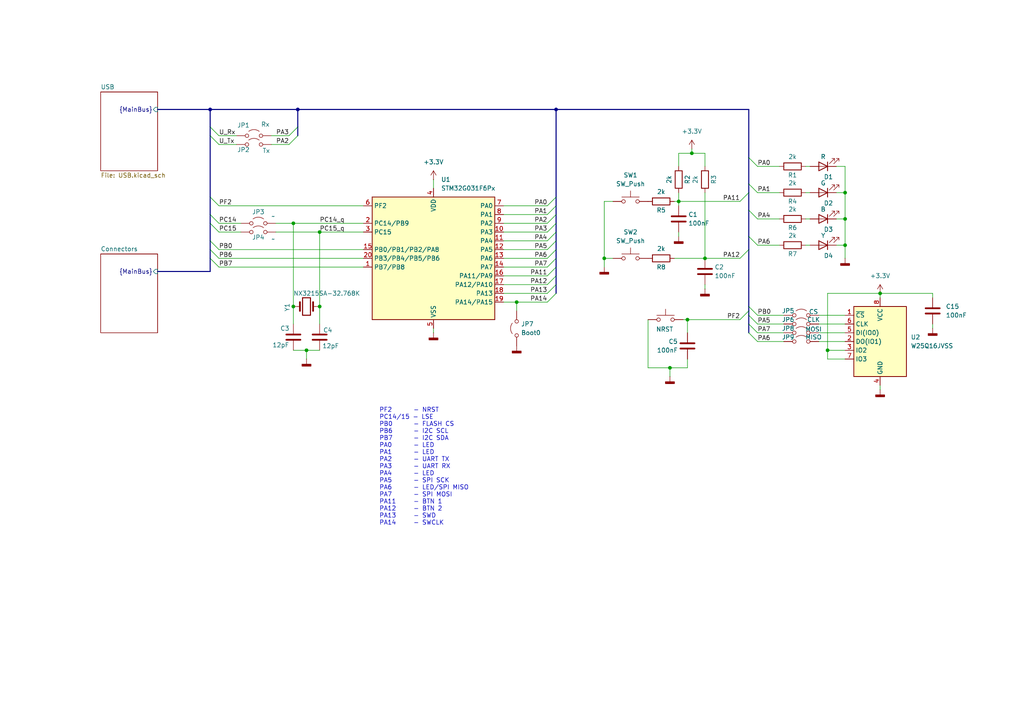
<source format=kicad_sch>
(kicad_sch (version 20231120) (generator "eeschema") (generator_version "8.0")
  (paper "A4")
  (lib_symbols
    (symbol "Device:C" (pin_numbers hide) (pin_names (offset 0.254))
      (property "Reference" "C" (at 0.635 2.54 0))
      (property "Value" "C" (at 0.635 -2.54 0))
      (symbol "C_0_1"
        (polyline (pts (xy -2.032 -0.762) (xy 2.032 -0.762)) (stroke (width 0.508)))
        (polyline (pts (xy -2.032 0.762) (xy 2.032 0.762)) (stroke (width 0.508)))
      )
      (symbol "C_1_1"
        (pin passive line (at 0 3.81 270) (length 2.794) (name "~") (number "1"))
        (pin passive line (at 0 -3.81 90) (length 2.794) (name "~") (number "2"))
      )
    )
    (symbol "Device:Crystal" (pin_numbers hide) (pin_names (offset 1.016) hide)
      (property "Reference" "Y" (at 0 3.81 0))
      (property "Value" "Crystal" (at 0 -3.81 0))
      (symbol "Crystal_0_1"
        (rectangle (start -1.143 2.54) (end 1.143 -2.54) (stroke (width 0.3048)))
        (polyline (pts (xy -2.54 0) (xy -1.905 0)))
        (polyline (pts (xy -1.905 -1.27) (xy -1.905 1.27)) (stroke (width 0.508)))
        (polyline (pts (xy 1.905 -1.27) (xy 1.905 1.27)) (stroke (width 0.508)))
        (polyline (pts (xy 2.54 0) (xy 1.905 0)))
      )
      (symbol "Crystal_1_1"
        (pin passive line (at -3.81 0 0) (length 1.27) (name "1") (number "1"))
        (pin passive line (at 3.81 0 180) (length 1.27) (name "2") (number "2"))
      )
    )
    (symbol "Device:LED" (pin_numbers hide) (pin_names (offset 1.016) hide)
      (property "Reference" "D" (at 0 2.54 0))
      (property "Value" "LED" (at 0 -2.54 0))
      (symbol "LED_0_1"
        (polyline (pts (xy -1.27 -1.27) (xy -1.27 1.27)) (stroke (width 0.254)))
        (polyline (pts (xy -1.27 0) (xy 1.27 0)))
        (polyline (pts (xy 1.27 -1.27) (xy 1.27 1.27) (xy -1.27 0) (xy 1.27 -1.27)) (stroke (width 0.254)))
        (polyline (pts (xy -3.048 -0.762) (xy -4.572 -2.286) (xy -3.81 -2.286) (xy -4.572 -2.286) (xy -4.572 -1.524)))
        (polyline (pts (xy -1.778 -0.762) (xy -3.302 -2.286) (xy -2.54 -2.286) (xy -3.302 -2.286) (xy -3.302 -1.524)))
      )
      (symbol "LED_1_1"
        (pin passive line (at -3.81 0 0) (length 2.54) (name "K") (number "1"))
        (pin passive line (at 3.81 0 180) (length 2.54) (name "A") (number "2"))
      )
    )
    (symbol "Device:R" (pin_numbers hide) (pin_names (offset 0))
      (property "Reference" "R" (at 2.032 0 90))
      (property "Value" "R" (at 0 0 90))
      (symbol "R_0_1"
        (rectangle (start -1.016 -2.54) (end 1.016 2.54) (stroke (width 0.254)))
      )
      (symbol "R_1_1"
        (pin passive line (at 0 3.81 270) (length 1.27) (name "~") (number "1"))
        (pin passive line (at 0 -3.81 90) (length 1.27) (name "~") (number "2"))
      )
    )
    (symbol "Jumper:Jumper_2_Open" (pin_numbers hide) (pin_names (offset 0) hide) (exclude_from_sim yes)
      (property "Reference" "JP" (at 0 2.794 0))
      (property "Value" "Jumper_2_Open" (at 0 -2.286 0))
      (symbol "Jumper_2_Open_0_0"
        (circle (center -2.032 0) (radius 0.508))
        (circle (center 2.032 0) (radius 0.508))
      )
      (symbol "Jumper_2_Open_0_1"
        (arc (start 1.524 1.27) (mid 0 1.778) (end -1.524 1.27))
      )
      (symbol "Jumper_2_Open_1_1"
        (pin passive line (at -5.08 0 0) (length 2.54) (name "A") (number "1"))
        (pin passive line (at 5.08 0 180) (length 2.54) (name "B") (number "2"))
      )
    )
    (symbol "MCU_ST_STM32G0:STM32G031F6Px"
      (property "Reference" "U" (at -17.78 19.05 0))
      (property "Value" "STM32G031F6Px" (at 2.54 19.05 0))
      (symbol "STM32G031F6Px_0_1"
        (rectangle (start -17.78 -17.78) (end 17.78 17.78) (stroke (width 0.254)) (fill (type background)))
      )
      (symbol "STM32G031F6Px_1_1"
        (pin bidirectional line (at -20.32 -2.54 0) (length 2.54) (name "PB7/PB8") (number "1"))
        (pin bidirectional line (at 20.32 7.62 180) (length 2.54) (name "PA3") (number "10"))
        (pin bidirectional line (at 20.32 5.08 180) (length 2.54) (name "PA4") (number "11"))
        (pin bidirectional line (at 20.32 2.54 180) (length 2.54) (name "PA5") (number "12"))
        (pin bidirectional line (at 20.32 0 180) (length 2.54) (name "PA6") (number "13"))
        (pin bidirectional line (at 20.32 -2.54 180) (length 2.54) (name "PA7") (number "14"))
        (pin bidirectional line (at -20.32 2.54 0) (length 2.54) (name "PB0/PB1/PB2/PA8") (number "15"))
        (pin bidirectional line (at 20.32 -5.08 180) (length 2.54) (name "PA11/PA9") (number "16"))
        (pin bidirectional line (at 20.32 -7.62 180) (length 2.54) (name "PA12/PA10") (number "17"))
        (pin bidirectional line (at 20.32 -10.16 180) (length 2.54) (name "PA13") (number "18"))
        (pin bidirectional line (at 20.32 -12.7 180) (length 2.54) (name "PA14/PA15") (number "19"))
        (pin bidirectional line (at -20.32 10.16 0) (length 2.54) (name "PC14/PB9") (number "2"))
        (pin bidirectional line (at -20.32 0 0) (length 2.54) (name "PB3/PB4/PB5/PB6") (number "20"))
        (pin bidirectional line (at -20.32 7.62 0) (length 2.54) (name "PC15") (number "3"))
        (pin power_in line (at 0 20.32 270) (length 2.54) (name "VDD") (number "4"))
        (pin power_in line (at 0 -20.32 90) (length 2.54) (name "VSS") (number "5"))
        (pin bidirectional line (at -20.32 15.24 0) (length 2.54) (name "PF2") (number "6"))
        (pin bidirectional line (at 20.32 15.24 180) (length 2.54) (name "PA0") (number "7"))
        (pin bidirectional line (at 20.32 12.7 180) (length 2.54) (name "PA1") (number "8"))
        (pin bidirectional line (at 20.32 10.16 180) (length 2.54) (name "PA2") (number "9"))
      )
    )
    (symbol "Memory_Flash:W25Q16JVSS"
      (property "Reference" "U" (at -6.35 11.43 0))
      (property "Value" "W25Q16JVSS" (at 7.62 11.43 0))
      (symbol "W25Q16JVSS_0_1"
        (rectangle (start -7.62 10.16) (end 7.62 -10.16) (stroke (width 0.254)) (fill (type background)))
      )
      (symbol "W25Q16JVSS_1_1"
        (pin input line (at -10.16 7.62 0) (length 2.54) (name "~{CS}") (number "1"))
        (pin bidirectional line (at -10.16 0 0) (length 2.54) (name "DO(IO1)") (number "2"))
        (pin bidirectional line (at -10.16 -2.54 0) (length 2.54) (name "IO2") (number "3"))
        (pin power_in line (at 0 -12.7 90) (length 2.54) (name "GND") (number "4"))
        (pin bidirectional line (at -10.16 2.54 0) (length 2.54) (name "DI(IO0)") (number "5"))
        (pin input line (at -10.16 5.08 0) (length 2.54) (name "CLK") (number "6"))
        (pin bidirectional line (at -10.16 -5.08 0) (length 2.54) (name "IO3") (number "7"))
        (pin power_in line (at 0 12.7 270) (length 2.54) (name "VCC") (number "8"))
      )
    )
    (symbol "Switch:SW_Push" (pin_numbers hide) (pin_names (offset 1.016) hide)
      (property "Reference" "SW" (at 1.27 2.54 0))
      (property "Value" "SW_Push" (at 0 -1.524 0))
      (symbol "SW_Push_0_1"
        (circle (center -2.032 0) (radius 0.508))
        (polyline (pts (xy 0 1.27) (xy 0 3.048)))
        (polyline (pts (xy 2.54 1.27) (xy -2.54 1.27)))
        (circle (center 2.032 0) (radius 0.508))
        (pin passive line (at -5.08 0 0) (length 2.54) (name "1") (number "1"))
        (pin passive line (at 5.08 0 180) (length 2.54) (name "2") (number "2"))
      )
    )
    (symbol "power:+3.3V" (power) (pin_numbers hide) (pin_names (offset 0) hide)
      (property "Value" "+3.3V" (at 0 3.556 0))
      (symbol "+3.3V_0_1"
        (polyline (pts (xy -0.762 1.27) (xy 0 2.54)))
        (polyline (pts (xy 0 0) (xy 0 2.54)))
        (polyline (pts (xy 0 2.54) (xy 0.762 1.27)))
      )
      (symbol "+3.3V_1_1"
        (pin power_in line (at 0 0 90) (length 0) (name "~") (number "1"))
      )
    )
    (symbol "power:GNDD" (power) (pin_numbers hide) (pin_names (offset 0) hide)
      (property "Value" "GNDD" (at 0 -3.175 0))
      (symbol "GNDD_0_1"
        (rectangle (start -1.27 -1.524) (end 1.27 -2.032) (stroke (width 0.254)) (fill (type outline)))
        (polyline (pts (xy 0 0) (xy 0 -1.524)))
      )
      (symbol "GNDD_1_1"
        (pin power_in line (at 0 0 270) (length 0) (name "~") (number "1"))
      )
    )
  )
  (junction (at 240.03 101.6))
  (junction (at 194.31 106.68))
  (junction (at 200.66 44.45))
  (junction (at 60.96 31.75))
  (junction (at 204.47 74.93))
  (junction (at 85.09 88.9))
  (junction (at 175.26 74.93))
  (junction (at 92.71 88.9))
  (junction (at 161.29 31.75))
  (junction (at 196.85 58.42))
  (junction (at 149.86 87.63))
  (junction (at 245.11 71.12))
  (junction (at 88.9 101.6))
  (junction (at 85.09 64.77))
  (junction (at 245.11 63.5))
  (junction (at 86.36 31.75))
  (junction (at 255.27 85.09))
  (junction (at 92.71 67.31))
  (junction (at 245.11 55.88))
  (junction (at 199.39 92.71))
  (bus_entry (at 60.96 39.37) (size 2.54 2.54))
  (bus_entry (at 217.17 68.58) (size 2.54 2.54))
  (bus_entry (at 60.96 72.39) (size 2.54 2.54))
  (bus_entry (at 161.29 74.93) (size -2.54 2.54))
  (bus_entry (at 161.29 80.01) (size -2.54 2.54))
  (bus_entry (at 161.29 59.69) (size -2.54 2.54))
  (bus_entry (at 217.17 72.39) (size -2.54 2.54))
  (bus_entry (at 161.29 82.55) (size -2.54 2.54))
  (bus_entry (at 161.29 77.47) (size -2.54 2.54))
  (bus_entry (at 60.96 69.85) (size 2.54 2.54))
  (bus_entry (at 86.36 36.83) (size -2.54 2.54))
  (bus_entry (at 60.96 62.23) (size 2.54 2.54))
  (bus_entry (at 217.17 55.88) (size -2.54 2.54))
  (bus_entry (at 60.96 36.83) (size 2.54 2.54))
  (bus_entry (at 217.17 93.98) (size 2.54 2.54))
  (bus_entry (at 161.29 67.31) (size -2.54 2.54))
  (bus_entry (at 161.29 85.09) (size -2.54 2.54))
  (bus_entry (at 60.96 64.77) (size 2.54 2.54))
  (bus_entry (at 217.17 91.44) (size 2.54 2.54))
  (bus_entry (at 217.17 60.96) (size 2.54 2.54))
  (bus_entry (at 217.17 45.72) (size 2.54 2.54))
  (bus_entry (at 161.29 69.85) (size -2.54 2.54))
  (bus_entry (at 161.29 64.77) (size -2.54 2.54))
  (bus_entry (at 161.29 57.15) (size -2.54 2.54))
  (bus_entry (at 217.17 96.52) (size 2.54 2.54))
  (bus_entry (at 161.29 62.23) (size -2.54 2.54))
  (bus_entry (at 161.29 72.39) (size -2.54 2.54))
  (bus_entry (at 86.36 39.37) (size -2.54 2.54))
  (bus_entry (at 60.96 57.15) (size 2.54 2.54))
  (bus_entry (at 217.17 88.9) (size 2.54 2.54))
  (bus_entry (at 217.17 53.34) (size 2.54 2.54))
  (bus_entry (at 60.96 74.93) (size 2.54 2.54))
  (bus_entry (at 217.17 90.17) (size -2.54 2.54))
  (wire (pts (xy 63.5 72.39) (xy 105.41 72.39)))
  (bus (pts (xy 217.17 90.17) (xy 217.17 91.44)))
  (wire (pts (xy 255.27 113.03) (xy 255.27 111.76)))
  (bus (pts (xy 217.17 53.34) (xy 217.17 55.88)))
  (wire (pts (xy 125.73 52.07) (xy 125.73 54.61)))
  (wire (pts (xy 196.85 55.88) (xy 196.85 58.42)))
  (wire (pts (xy 63.5 41.91) (xy 68.58 41.91)))
  (wire (pts (xy 146.05 59.69) (xy 158.75 59.69)))
  (wire (pts (xy 196.85 44.45) (xy 200.66 44.45)))
  (bus (pts (xy 45.72 31.75) (xy 60.96 31.75)))
  (wire (pts (xy 175.26 58.42) (xy 175.26 74.93)))
  (wire (pts (xy 242.57 55.88) (xy 245.11 55.88)))
  (bus (pts (xy 161.29 69.85) (xy 161.29 72.39)))
  (bus (pts (xy 161.29 77.47) (xy 161.29 80.01)))
  (bus (pts (xy 161.29 57.15) (xy 161.29 59.69)))
  (wire (pts (xy 196.85 67.31) (xy 196.85 68.58)))
  (bus (pts (xy 161.29 62.23) (xy 161.29 64.77)))
  (bus (pts (xy 60.96 57.15) (xy 60.96 62.23)))
  (wire (pts (xy 234.95 63.5) (xy 233.68 63.5)))
  (wire (pts (xy 194.31 109.22) (xy 194.31 106.68)))
  (wire (pts (xy 146.05 80.01) (xy 158.75 80.01)))
  (bus (pts (xy 217.17 60.96) (xy 217.17 68.58)))
  (wire (pts (xy 204.47 82.55) (xy 204.47 83.82)))
  (wire (pts (xy 63.5 77.47) (xy 105.41 77.47)))
  (bus (pts (xy 217.17 72.39) (xy 217.17 88.9)))
  (wire (pts (xy 146.05 72.39) (xy 158.75 72.39)))
  (bus (pts (xy 161.29 67.31) (xy 161.29 69.85)))
  (wire (pts (xy 146.05 74.93) (xy 158.75 74.93)))
  (wire (pts (xy 204.47 74.93) (xy 204.47 55.88)))
  (wire (pts (xy 195.58 74.93) (xy 204.47 74.93)))
  (bus (pts (xy 217.17 91.44) (xy 217.17 93.98)))
  (wire (pts (xy 146.05 67.31) (xy 158.75 67.31)))
  (bus (pts (xy 86.36 36.83) (xy 86.36 39.37)))
  (wire (pts (xy 270.51 85.09) (xy 255.27 85.09)))
  (wire (pts (xy 200.66 44.45) (xy 204.47 44.45)))
  (wire (pts (xy 199.39 104.14) (xy 199.39 106.68)))
  (wire (pts (xy 245.11 63.5) (xy 245.11 71.12)))
  (wire (pts (xy 88.9 101.6) (xy 88.9 104.14)))
  (bus (pts (xy 60.96 36.83) (xy 60.96 39.37)))
  (wire (pts (xy 92.71 93.98) (xy 92.71 88.9)))
  (wire (pts (xy 234.95 55.88) (xy 233.68 55.88)))
  (wire (pts (xy 219.71 55.88) (xy 226.06 55.88)))
  (wire (pts (xy 177.8 58.42) (xy 175.26 58.42)))
  (wire (pts (xy 175.26 74.93) (xy 175.26 77.47)))
  (wire (pts (xy 270.51 85.09) (xy 270.51 86.36)))
  (wire (pts (xy 85.09 64.77) (xy 105.41 64.77)))
  (bus (pts (xy 60.96 64.77) (xy 60.96 69.85)))
  (bus (pts (xy 86.36 31.75) (xy 161.29 31.75)))
  (wire (pts (xy 242.57 71.12) (xy 245.11 71.12)))
  (wire (pts (xy 146.05 85.09) (xy 158.75 85.09)))
  (bus (pts (xy 60.96 69.85) (xy 60.96 72.39)))
  (wire (pts (xy 237.49 96.52) (xy 245.11 96.52)))
  (wire (pts (xy 204.47 44.45) (xy 204.47 48.26)))
  (wire (pts (xy 83.82 41.91) (xy 78.74 41.91)))
  (wire (pts (xy 69.85 64.77) (xy 63.5 64.77)))
  (wire (pts (xy 146.05 69.85) (xy 158.75 69.85)))
  (wire (pts (xy 85.09 101.6) (xy 88.9 101.6)))
  (wire (pts (xy 146.05 82.55) (xy 158.75 82.55)))
  (wire (pts (xy 198.12 92.71) (xy 199.39 92.71)))
  (wire (pts (xy 245.11 71.12) (xy 245.11 74.93)))
  (bus (pts (xy 217.17 45.72) (xy 217.17 53.34)))
  (wire (pts (xy 63.5 39.37) (xy 68.58 39.37)))
  (wire (pts (xy 196.85 58.42) (xy 196.85 59.69)))
  (wire (pts (xy 146.05 87.63) (xy 149.86 87.63)))
  (wire (pts (xy 196.85 58.42) (xy 214.63 58.42)))
  (bus (pts (xy 161.29 59.69) (xy 161.29 62.23)))
  (bus (pts (xy 60.96 39.37) (xy 60.96 57.15)))
  (bus (pts (xy 217.17 31.75) (xy 217.17 45.72)))
  (wire (pts (xy 245.11 48.26) (xy 245.11 55.88)))
  (bus (pts (xy 45.72 78.74) (xy 60.96 78.74)))
  (wire (pts (xy 245.11 104.14) (xy 240.03 104.14)))
  (wire (pts (xy 88.9 101.6) (xy 92.71 101.6)))
  (wire (pts (xy 234.95 71.12) (xy 233.68 71.12)))
  (wire (pts (xy 80.01 67.31) (xy 92.71 67.31)))
  (wire (pts (xy 199.39 106.68) (xy 194.31 106.68)))
  (bus (pts (xy 60.96 31.75) (xy 60.96 36.83)))
  (wire (pts (xy 85.09 93.98) (xy 85.09 88.9)))
  (wire (pts (xy 219.71 91.44) (xy 227.33 91.44)))
  (wire (pts (xy 146.05 77.47) (xy 158.75 77.47)))
  (wire (pts (xy 187.96 106.68) (xy 187.96 92.71)))
  (wire (pts (xy 242.57 63.5) (xy 245.11 63.5)))
  (wire (pts (xy 63.5 74.93) (xy 105.41 74.93)))
  (wire (pts (xy 234.95 48.26) (xy 233.68 48.26)))
  (bus (pts (xy 161.29 64.77) (xy 161.29 67.31)))
  (wire (pts (xy 240.03 104.14) (xy 240.03 101.6)))
  (wire (pts (xy 200.66 43.18) (xy 200.66 44.45)))
  (wire (pts (xy 240.03 85.09) (xy 255.27 85.09)))
  (wire (pts (xy 240.03 101.6) (xy 245.11 101.6)))
  (wire (pts (xy 219.71 99.06) (xy 227.33 99.06)))
  (bus (pts (xy 161.29 31.75) (xy 161.29 57.15)))
  (wire (pts (xy 85.09 64.77) (xy 80.01 64.77)))
  (wire (pts (xy 237.49 99.06) (xy 245.11 99.06)))
  (wire (pts (xy 196.85 48.26) (xy 196.85 44.45)))
  (bus (pts (xy 217.17 55.88) (xy 217.17 60.96)))
  (wire (pts (xy 78.74 39.37) (xy 83.82 39.37)))
  (wire (pts (xy 245.11 55.88) (xy 245.11 63.5)))
  (wire (pts (xy 219.71 63.5) (xy 226.06 63.5)))
  (wire (pts (xy 237.49 93.98) (xy 245.11 93.98)))
  (bus (pts (xy 161.29 72.39) (xy 161.29 74.93)))
  (bus (pts (xy 86.36 31.75) (xy 86.36 36.83)))
  (wire (pts (xy 255.27 85.09) (xy 255.27 86.36)))
  (wire (pts (xy 204.47 74.93) (xy 214.63 74.93)))
  (wire (pts (xy 69.85 67.31) (xy 63.5 67.31)))
  (wire (pts (xy 219.71 48.26) (xy 226.06 48.26)))
  (wire (pts (xy 242.57 48.26) (xy 245.11 48.26)))
  (wire (pts (xy 125.73 96.52) (xy 125.73 95.25)))
  (bus (pts (xy 217.17 68.58) (xy 217.17 72.39)))
  (bus (pts (xy 60.96 74.93) (xy 60.96 78.74)))
  (wire (pts (xy 219.71 96.52) (xy 227.33 96.52)))
  (bus (pts (xy 161.29 82.55) (xy 161.29 85.09)))
  (wire (pts (xy 146.05 64.77) (xy 158.75 64.77)))
  (wire (pts (xy 92.71 88.9) (xy 92.71 67.31)))
  (wire (pts (xy 214.63 92.71) (xy 199.39 92.71)))
  (wire (pts (xy 146.05 62.23) (xy 158.75 62.23)))
  (wire (pts (xy 237.49 91.44) (xy 245.11 91.44)))
  (wire (pts (xy 270.51 95.25) (xy 270.51 93.98)))
  (bus (pts (xy 161.29 31.75) (xy 217.17 31.75)))
  (wire (pts (xy 194.31 106.68) (xy 187.96 106.68)))
  (wire (pts (xy 195.58 58.42) (xy 196.85 58.42)))
  (bus (pts (xy 60.96 62.23) (xy 60.96 64.77)))
  (bus (pts (xy 217.17 88.9) (xy 217.17 90.17)))
  (bus (pts (xy 60.96 72.39) (xy 60.96 74.93)))
  (wire (pts (xy 92.71 67.31) (xy 105.41 67.31)))
  (wire (pts (xy 85.09 88.9) (xy 85.09 64.77)))
  (wire (pts (xy 240.03 101.6) (xy 240.03 85.09)))
  (bus (pts (xy 161.29 80.01) (xy 161.29 82.55)))
  (wire (pts (xy 63.5 59.69) (xy 105.41 59.69)))
  (wire (pts (xy 219.71 71.12) (xy 226.06 71.12)))
  (bus (pts (xy 217.17 93.98) (xy 217.17 96.52)))
  (bus (pts (xy 161.29 74.93) (xy 161.29 77.47)))
  (wire (pts (xy 177.8 74.93) (xy 175.26 74.93)))
  (wire (pts (xy 149.86 87.63) (xy 149.86 90.17)))
  (wire (pts (xy 149.86 87.63) (xy 158.75 87.63)))
  (bus (pts (xy 60.96 31.75) (xy 86.36 31.75)))
  (wire (pts (xy 219.71 93.98) (xy 227.33 93.98)))
  (wire (pts (xy 199.39 92.71) (xy 199.39 96.52)))
  (text "PF2 	- NRST\nPC14/15 - LSE\nPB0 	- FLASH CS\nPB6 	- I2C SCL\nPB7 	- I2C SDA\nPA0 	- LED\nPA1		- LED\nPA2		- UART TX\nPA3 	- UART RX\nPA4		- LED\nPA5 	- SPI SCK\nPA6 	- LED/SPI MISO\nPA7 	- SPI MOSI\nPA11	- BTN 1\nPA12	- BTN 2\nPA13 	- SWD\nPA14 	- SWCLK" (at 109.982 135.382 0) (effects (font (size 1.27 1.27)) (justify left)))
  (label "PF2" (at 214.63 92.71 180))
  (label "PA0" (at 158.75 59.69 180))
  (label "PA11" (at 158.75 80.01 180))
  (label "PA5" (at 158.75 72.39 180))
  (label "PA3" (at 158.75 67.31 180))
  (label "PA1" (at 158.75 62.23 180))
  (label "PA4" (at 219.71 63.5 0))
  (label "PB6" (at 63.5 74.93 0))
  (label "PA12" (at 214.63 74.93 180))
  (label "PC14_q" (at 92.71 64.77 0))
  (label "PA4" (at 158.75 69.85 180))
  (label "PC15" (at 63.5 67.31 0))
  (label "PA2" (at 83.82 41.91 180))
  (label "PB0" (at 219.71 91.44 0))
  (label "PA6" (at 219.71 71.12 0))
  (label "PA12" (at 158.75 82.55 180))
  (label "PF2" (at 63.5 59.69 0))
  (label "PA7" (at 158.75 77.47 180))
  (label "PB7" (at 63.5 77.47 0))
  (label "PA14" (at 158.75 87.63 180))
  (label "PA5" (at 219.71 93.98 0))
  (label "PA11" (at 214.63 58.42 180))
  (label "U_Rx" (at 63.5 39.37 0))
  (label "PA1" (at 219.71 55.88 0))
  (label "U_Tx" (at 63.5 41.91 0))
  (label "PC15_q" (at 92.71 67.31 0))
  (label "PA6" (at 219.71 99.06 0))
  (label "PA0" (at 219.71 48.26 0))
  (label "PA7" (at 219.71 96.52 0))
  (label "PA2" (at 158.75 64.77 180))
  (label "PA3" (at 83.82 39.37 180))
  (label "PA6" (at 158.75 74.93 180))
  (label "PC14" (at 63.5 64.77 0))
  (label "PB0" (at 63.5 72.39 0))
  (label "PA13" (at 158.75 85.09 180))
  (symbol (lib_id "Switch:SW_Push") (at 182.88 58.42 0) (unit 1)
    (property "Reference" "SW1" (at 182.88 50.8 0))
    (property "Value" "SW_Push" (at 182.88 53.34 0))
    (property "Footprint" "Button_Switch_SMD:SW_SPST_CK_RS282G05A3" (effects (hide yes)))
    (property "Description" "Push button switch, generic, two pins" (effects (hide yes)))
  )
  (symbol (lib_id "Device:R") (at 229.87 63.5 270) (unit 1)
    (property "Reference" "R6" (at 229.87 66.04 90))
    (property "Value" "2k" (at 229.87 60.706 90))
    (property "Footprint" "Resistor_SMD:R_0603_1608Metric" (effects (hide yes)))
    (property "Description" "Resistor" (effects (hide yes)))
  )
  (symbol (lib_id "Jumper:Jumper_2_Open") (at 232.41 96.52 0) (unit 1) (exclude_from_sim yes)
    (property "Reference" "JP8" (at 228.6 95.25 0))
    (property "Value" "MOSI" (at 235.966 95.504 0))
    (property "Footprint" "LocalLib:Jumper_0603" (effects (hide yes)))
    (property "Description" "Jumper, 2-pole, open" (effects (hide yes)))
  )
  (symbol (lib_id "power:GNDD") (at 175.26 77.47 0) (unit 1)
    (property "Reference" "#PWR05" (effects (hide yes)))
    (property "Value" "GNDD" (effects (hide yes)))
    (property "Description" "Power symbol creates a global label with name \"GNDD\" , digital ground" (effects (hide yes)))
  )
  (symbol (lib_id "Device:R") (at 196.85 52.07 0) (unit 1)
    (property "Reference" "R2" (at 199.39 52.07 90))
    (property "Value" "2k" (at 194.056 52.07 90))
    (property "Footprint" "Resistor_SMD:R_0603_1608Metric" (effects (hide yes)))
    (property "Description" "Resistor" (effects (hide yes)))
  )
  (symbol (lib_id "Device:R") (at 191.77 74.93 270) (unit 1)
    (property "Reference" "R8" (at 191.77 77.47 90))
    (property "Value" "2k" (at 191.77 72.136 90))
    (property "Footprint" "Resistor_SMD:R_0603_1608Metric" (effects (hide yes)))
    (property "Description" "Resistor" (effects (hide yes)))
  )
  (symbol (lib_id "Device:LED") (at 238.76 71.12 180) (unit 1)
    (property "Reference" "D4" (at 240.284 74.168 0))
    (property "Value" "Y" (at 238.76 68.326 0))
    (property "Footprint" "LED_SMD:LED_0805_2012Metric_Pad1.15x1.40mm_HandSolder" (effects (hide yes)))
    (property "Description" "Light emitting diode" (effects (hide yes)))
  )
  (symbol (lib_id "Device:R") (at 191.77 58.42 270) (unit 1)
    (property "Reference" "R5" (at 191.77 60.96 90))
    (property "Value" "2k" (at 191.77 55.626 90))
    (property "Footprint" "Resistor_SMD:R_0603_1608Metric" (effects (hide yes)))
    (property "Description" "Resistor" (effects (hide yes)))
  )
  (symbol (lib_id "Jumper:Jumper_2_Open") (at 73.66 41.91 0) (unit 1) (exclude_from_sim yes)
    (property "Reference" "JP2" (at 70.612 43.434 0))
    (property "Value" "Tx" (at 77.216 43.688 0))
    (property "Footprint" "LocalLib:Jumper_0603" (effects (hide yes)))
    (property "Description" "Jumper, 2-pole, open" (effects (hide yes)))
  )
  (symbol (lib_id "Jumper:Jumper_2_Open") (at 149.86 95.25 90) (unit 1) (exclude_from_sim yes)
    (property "Reference" "JP7" (at 151.13 93.9799 90) (effects (justify right)))
    (property "Value" "Boot0" (at 151.13 96.5199 90) (effects (justify right)))
    (property "Footprint" "LocalLib:Jumper_0603" (effects (hide yes)))
    (property "Description" "Jumper, 2-pole, open" (effects (hide yes)))
  )
  (symbol (lib_id "power:+3.3V") (at 200.66 43.18 0) (unit 1)
    (property "Reference" "#PWR01" (effects (hide yes)))
    (property "Value" "+3.3V" (at 200.66 38.1 0))
    (property "Description" "Power symbol creates a global label with name \"+3.3V\"" (effects (hide yes)))
  )
  (symbol (lib_id "Jumper:Jumper_2_Open") (at 73.66 39.37 0) (unit 1) (exclude_from_sim yes)
    (property "Reference" "JP1" (at 70.612 36.322 0))
    (property "Value" "Rx" (at 76.962 36.068 0))
    (property "Footprint" "LocalLib:Jumper_0603" (effects (hide yes)))
    (property "Description" "Jumper, 2-pole, open" (effects (hide yes)))
  )
  (symbol (lib_id "Device:R") (at 204.47 52.07 0) (unit 1)
    (property "Reference" "R3" (at 207.01 52.07 90))
    (property "Value" "2k" (at 201.676 52.07 90))
    (property "Footprint" "Resistor_SMD:R_0603_1608Metric" (effects (hide yes)))
    (property "Description" "Resistor" (effects (hide yes)))
  )
  (symbol (lib_id "power:GNDD") (at 245.11 74.93 0) (unit 1)
    (property "Reference" "#PWR04" (effects (hide yes)))
    (property "Value" "GNDD" (effects (hide yes)))
    (property "Description" "Power symbol creates a global label with name \"GNDD\" , digital ground" (effects (hide yes)))
  )
  (symbol (lib_id "power:GNDD") (at 149.86 100.33 0) (unit 1)
    (property "Reference" "#PWR09" (effects (hide yes)))
    (property "Value" "GNDD" (effects (hide yes)))
    (property "Description" "Power symbol creates a global label with name \"GNDD\" , digital ground" (effects (hide yes)))
  )
  (symbol (lib_id "power:+3.3V") (at 255.27 85.09 0) (unit 1)
    (property "Reference" "#PWR07" (effects (hide yes)))
    (property "Value" "+3.3V" (at 255.27 80.01 0))
    (property "Description" "Power symbol creates a global label with name \"+3.3V\"" (effects (hide yes)))
  )
  (symbol (lib_id "Switch:SW_Push") (at 193.04 92.71 0) (mirror y) (unit 1)
    (property "Reference" "SW3" (effects (hide yes)))
    (property "Value" "NRST" (at 192.786 95.504 0))
    (property "Footprint" "Button_Switch_SMD:SW_Push_1P1T_NO_Vertical_Wuerth_434133025816" (effects (hide yes)))
    (property "Description" "Push button switch, generic, two pins" (effects (hide yes)))
  )
  (symbol (lib_id "Device:C") (at 270.51 90.17 0) (unit 1)
    (property "Reference" "C15" (at 274.32 88.8999 0) (effects (justify left)))
    (property "Value" "100nF" (at 274.32 91.4399 0) (effects (justify left)))
    (property "Footprint" "Capacitor_SMD:C_0603_1608Metric" (effects (hide yes)))
    (property "Description" "Unpolarized capacitor" (effects (hide yes)))
  )
  (symbol (lib_id "Device:R") (at 229.87 55.88 270) (unit 1)
    (property "Reference" "R4" (at 229.87 58.42 90))
    (property "Value" "2k" (at 229.87 53.086 90))
    (property "Footprint" "Resistor_SMD:R_0603_1608Metric" (effects (hide yes)))
    (property "Description" "Resistor" (effects (hide yes)))
  )
  (symbol (lib_id "power:GNDD") (at 204.47 83.82 0) (unit 1)
    (property "Reference" "#PWR06" (effects (hide yes)))
    (property "Value" "GNDD" (effects (hide yes)))
    (property "Description" "Power symbol creates a global label with name \"GNDD\" , digital ground" (effects (hide yes)))
  )
  (symbol (lib_id "Device:R") (at 229.87 48.26 270) (unit 1)
    (property "Reference" "R1" (at 229.87 50.8 90))
    (property "Value" "2k" (at 229.87 45.466 90))
    (property "Footprint" "Resistor_SMD:R_0603_1608Metric" (effects (hide yes)))
    (property "Description" "Resistor" (effects (hide yes)))
  )
  (symbol (lib_id "Device:LED") (at 238.76 55.88 180) (unit 1)
    (property "Reference" "D2" (at 240.284 58.928 0))
    (property "Value" "G" (at 238.76 53.086 0))
    (property "Footprint" "LED_SMD:LED_0805_2012Metric_Pad1.15x1.40mm_HandSolder" (effects (hide yes)))
    (property "Description" "Light emitting diode" (effects (hide yes)))
  )
  (symbol (lib_id "Device:LED") (at 238.76 63.5 180) (unit 1)
    (property "Reference" "D3" (at 240.284 66.548 0))
    (property "Value" "B" (at 238.76 60.706 0))
    (property "Footprint" "LED_SMD:LED_0805_2012Metric_Pad1.15x1.40mm_HandSolder" (effects (hide yes)))
    (property "Description" "Light emitting diode" (effects (hide yes)))
  )
  (symbol (lib_id "Device:C") (at 204.47 78.74 0) (unit 1)
    (property "Reference" "C2" (at 207.264 77.47 0) (effects (justify left)))
    (property "Value" "100nF" (at 207.264 80.01 0) (effects (justify left)))
    (property "Footprint" "Resistor_SMD:R_0603_1608Metric" (effects (hide yes)))
    (property "Description" "Unpolarized capacitor" (effects (hide yes)))
  )
  (symbol (lib_id "power:GNDD") (at 255.27 113.03 0) (unit 1)
    (property "Reference" "#PWR012" (effects (hide yes)))
    (property "Value" "GNDD" (effects (hide yes)))
    (property "Description" "Power symbol creates a global label with name \"GNDD\" , digital ground" (effects (hide yes)))
  )
  (symbol (lib_id "Jumper:Jumper_2_Open") (at 232.41 91.44 0) (unit 1) (exclude_from_sim yes)
    (property "Reference" "JP5" (at 228.6 90.17 0))
    (property "Value" "CS" (at 235.966 90.424 0))
    (property "Footprint" "LocalLib:Jumper_0603" (effects (hide yes)))
    (property "Description" "Jumper, 2-pole, open" (effects (hide yes)))
  )
  (symbol (lib_id "Jumper:Jumper_2_Open") (at 232.41 99.06 0) (unit 1) (exclude_from_sim yes)
    (property "Reference" "JP9" (at 228.6 97.79 0))
    (property "Value" "MISO" (at 235.966 97.79 0))
    (property "Footprint" "LocalLib:Jumper_0603" (effects (hide yes)))
    (property "Description" "Jumper, 2-pole, open" (effects (hide yes)))
  )
  (symbol (lib_id "power:+3.3V") (at 125.73 52.07 0) (unit 1)
    (property "Reference" "#PWR02" (effects (hide yes)))
    (property "Value" "+3.3V" (at 125.73 46.99 0))
    (property "Description" "Power symbol creates a global label with name \"+3.3V\"" (effects (hide yes)))
  )
  (symbol (lib_id "Device:Crystal") (at 88.9 88.9 0) (mirror x) (unit 1)
    (property "Reference" "Y1" (at 83.312 87.884 90) (effects (justify left)))
    (property "Value" "NX3215SA-32.768K" (at 85.09 85.09 0) (effects (justify left)))
    (property "Footprint" "Crystal:Crystal_SMD_3215-2Pin_3.2x1.5mm" (effects (hide yes)))
    (property "Description" "Two pin crystal" (effects (hide yes)))
  )
  (symbol (lib_id "power:GNDD") (at 88.9 104.14 0) (unit 1)
    (property "Reference" "#PWR010" (effects (hide yes)))
    (property "Value" "GNDD" (effects (hide yes)))
    (property "Description" "Power symbol creates a global label with name \"GNDD\" , digital ground" (effects (hide yes)))
  )
  (symbol (lib_id "Memory_Flash:W25Q16JVSS") (at 255.27 99.06 0) (unit 1)
    (property "Reference" "U2" (at 264.16 97.7899 0) (effects (justify left)))
    (property "Value" "W25Q16JVSS" (at 264.16 100.3299 0) (effects (justify left)))
    (property "Footprint" "Package_SO:SOIC-8_5.23x5.23mm_P1.27mm" (effects (hide yes)))
    (property "Datasheet" "https://www.winbond.com/hq/support/documentation/levelOne.jsp?__locale=en&DocNo=DA00-W25Q16JV.1" (effects (hide yes)))
    (property "Description" "16Mb Serial Flash Memory, Standard/Dual/Quad SPI, SOIC-8" (effects (hide yes)))
  )
  (symbol (lib_id "power:GNDD") (at 194.31 109.22 0) (mirror y) (unit 1)
    (property "Reference" "#PWR011" (effects (hide yes)))
    (property "Value" "GNDD" (effects (hide yes)))
    (property "Description" "Power symbol creates a global label with name \"GNDD\" , digital ground" (effects (hide yes)))
  )
  (symbol (lib_id "Device:R") (at 229.87 71.12 270) (unit 1)
    (property "Reference" "R7" (at 229.87 73.66 90))
    (property "Value" "2k" (at 229.87 68.326 90))
    (property "Footprint" "Resistor_SMD:R_0603_1608Metric" (effects (hide yes)))
    (property "Description" "Resistor" (effects (hide yes)))
  )
  (symbol (lib_id "MCU_ST_STM32G0:STM32G031F6Px") (at 125.73 74.93 0) (unit 1)
    (property "Reference" "U1" (at 127.9241 52.07 0) (effects (justify left)))
    (property "Value" "STM32G031F6Px" (at 127.9241 54.61 0) (effects (justify left)))
    (property "Footprint" "Package_SO:TSSOP-20_4.4x6.5mm_P0.65mm" (effects (hide yes)))
    (property "Datasheet" "https://www.st.com/resource/en/datasheet/stm32g031f6.pdf" (effects (hide yes)))
    (property "Description" "STMicroelectronics Arm Cortex-M0+ MCU, 32KB flash, 8KB RAM, 64 MHz, 1.7-3.6V, 18 GPIO, TSSOP20" (effects (hide yes)))
  )
  (symbol (lib_id "Device:C") (at 196.85 63.5 0) (unit 1)
    (property "Reference" "C1" (at 199.644 62.23 0) (effects (justify left)))
    (property "Value" "100nF" (at 199.644 64.77 0) (effects (justify left)))
    (property "Footprint" "Capacitor_SMD:C_0603_1608Metric" (effects (hide yes)))
    (property "Description" "Unpolarized capacitor" (effects (hide yes)))
  )
  (symbol (lib_id "Jumper:Jumper_2_Open") (at 232.41 93.98 0) (unit 1) (exclude_from_sim yes)
    (property "Reference" "JP6" (at 228.6 92.71 0))
    (property "Value" "CLK" (at 235.966 92.71 0))
    (property "Footprint" "LocalLib:Jumper_0603" (effects (hide yes)))
    (property "Description" "Jumper, 2-pole, open" (effects (hide yes)))
  )
  (symbol (lib_id "Jumper:Jumper_2_Open") (at 74.93 64.77 0) (mirror y) (unit 1) (exclude_from_sim yes)
    (property "Reference" "JP3" (at 74.93 61.468 0))
    (property "Value" "~" (at 79.248 62.738 0))
    (property "Footprint" "LocalLib:Jumper_0603" (effects (hide yes)))
    (property "Description" "Jumper, 2-pole, open" (effects (hide yes)))
  )
  (symbol (lib_id "power:GNDD") (at 125.73 96.52 0) (unit 1)
    (property "Reference" "#PWR08" (effects (hide yes)))
    (property "Value" "GNDD" (effects (hide yes)))
    (property "Description" "Power symbol creates a global label with name \"GNDD\" , digital ground" (effects (hide yes)))
  )
  (symbol (lib_id "power:GNDD") (at 196.85 68.58 0) (unit 1)
    (property "Reference" "#PWR03" (effects (hide yes)))
    (property "Value" "GNDD" (effects (hide yes)))
    (property "Description" "Power symbol creates a global label with name \"GNDD\" , digital ground" (effects (hide yes)))
  )
  (symbol (lib_id "Jumper:Jumper_2_Open") (at 74.93 67.31 0) (mirror y) (unit 1) (exclude_from_sim yes)
    (property "Reference" "JP4" (at 74.93 68.834 0))
    (property "Value" "~" (at 79.248 69.342 0))
    (property "Footprint" "LocalLib:Jumper_0603" (effects (hide yes)))
    (property "Description" "Jumper, 2-pole, open" (effects (hide yes)))
  )
  (symbol (lib_id "power:GNDD") (at 270.51 95.25 0) (unit 1)
    (property "Reference" "#PWR056" (effects (hide yes)))
    (property "Value" "GNDD" (effects (hide yes)))
    (property "Description" "Power symbol creates a global label with name \"GNDD\" , digital ground" (effects (hide yes)))
  )
  (symbol (lib_id "Device:LED") (at 238.76 48.26 180) (unit 1)
    (property "Reference" "D1" (at 240.284 51.308 0))
    (property "Value" "R" (at 238.76 45.466 0))
    (property "Footprint" "LED_SMD:LED_0805_2012Metric_Pad1.15x1.40mm_HandSolder" (effects (hide yes)))
    (property "Description" "Light emitting diode" (effects (hide yes)))
  )
  (symbol (lib_id "Device:C") (at 85.09 97.79 0) (unit 1)
    (property "Reference" "C3" (at 81.28 95.25 0) (effects (justify left)))
    (property "Value" "12pF" (at 78.994 100.076 0) (effects (justify left)))
    (property "Footprint" "Capacitor_SMD:C_0603_1608Metric" (effects (hide yes)))
    (property "Description" "Unpolarized capacitor" (effects (hide yes)))
  )
  (symbol (lib_id "Device:C") (at 92.71 97.79 0) (unit 1)
    (property "Reference" "C4" (at 93.726 95.758 0) (effects (justify left)))
    (property "Value" "12pF" (at 93.472 100.33 0) (effects (justify left)))
    (property "Footprint" "Capacitor_SMD:C_0603_1608Metric" (effects (hide yes)))
    (property "Description" "Unpolarized capacitor" (effects (hide yes)))
  )
  (symbol (lib_id "Device:C") (at 199.39 100.33 0) (mirror y) (unit 1)
    (property "Reference" "C5" (at 196.596 99.06 0) (effects (justify left)))
    (property "Value" "100nF" (at 196.596 101.6 0) (effects (justify left)))
    (property "Footprint" "Capacitor_SMD:C_0603_1608Metric" (effects (hide yes)))
    (property "Description" "Unpolarized capacitor" (effects (hide yes)))
  )
  (symbol (lib_id "Switch:SW_Push") (at 182.88 74.93 0) (unit 1)
    (property "Reference" "SW2" (at 182.88 67.31 0))
    (property "Value" "SW_Push" (at 182.88 69.85 0))
    (property "Footprint" "Button_Switch_SMD:SW_SPST_CK_RS282G05A3" (effects (hide yes)))
    (property "Description" "Push button switch, generic, two pins" (effects (hide yes)))
  )
  (sheet (at 29.21 26.67) (size 16.51 22.86) (stroke (width 0.1524))
    (property "Sheetname" "USB" (at 29.21 25.9584 0) (effects (justify left bottom)))
    (property "Sheetfile" "USB.kicad_sch" (at 29.21 50.1146 0) (effects (justify left top)))
    (pin "{MainBus}" input (at 45.72 31.75 0))
  )
  (sheet (at 29.21 73.66) (size 16.51 22.86) (stroke (width 0.1524))
    (property "Sheetname" "Connectors" (at 29.21 72.9484 0) (effects (justify left bottom)))
    (property "Sheetfile" "Connectors.kicad_sch" (effects (hide yes)))
    (pin "{MainBus}" input (at 45.72 78.74 0))
  )
)
</source>
